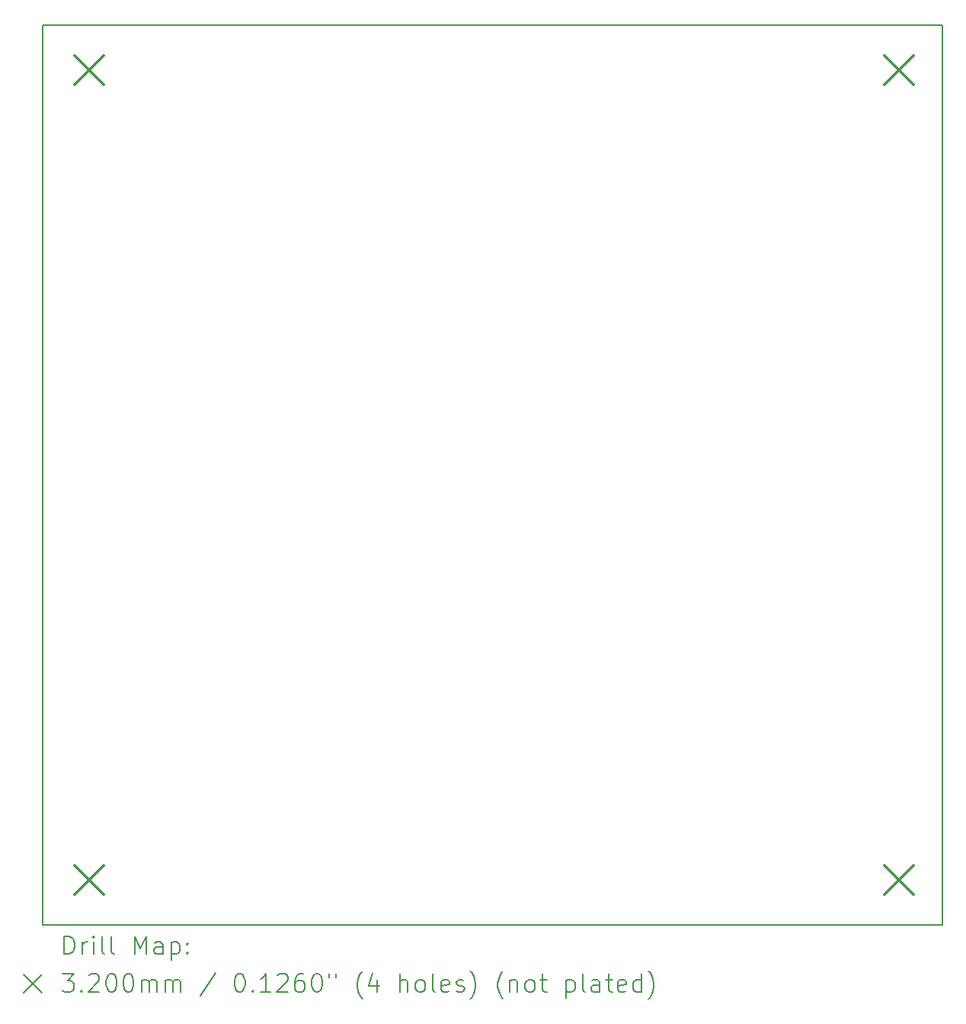
<source format=gbr>
%TF.GenerationSoftware,KiCad,Pcbnew,7.0.1*%
%TF.CreationDate,2023-05-29T19:53:02+03:00*%
%TF.ProjectId,First_sketch_licenta,46697273-745f-4736-9b65-7463685f6c69,rev?*%
%TF.SameCoordinates,Original*%
%TF.FileFunction,Drillmap*%
%TF.FilePolarity,Positive*%
%FSLAX45Y45*%
G04 Gerber Fmt 4.5, Leading zero omitted, Abs format (unit mm)*
G04 Created by KiCad (PCBNEW 7.0.1) date 2023-05-29 19:53:02*
%MOMM*%
%LPD*%
G01*
G04 APERTURE LIST*
%ADD10C,0.200000*%
%ADD11C,0.320000*%
G04 APERTURE END LIST*
D10*
X15082500Y-4398000D02*
X25082500Y-4398000D01*
X25082500Y-14398000D01*
X15082500Y-14398000D01*
X15082500Y-4398000D01*
D11*
X15440000Y-4740000D02*
X15760000Y-5060000D01*
X15760000Y-4740000D02*
X15440000Y-5060000D01*
X15440000Y-13740000D02*
X15760000Y-14060000D01*
X15760000Y-13740000D02*
X15440000Y-14060000D01*
X24440000Y-4740000D02*
X24760000Y-5060000D01*
X24760000Y-4740000D02*
X24440000Y-5060000D01*
X24440000Y-13740000D02*
X24760000Y-14060000D01*
X24760000Y-13740000D02*
X24440000Y-14060000D01*
D10*
X15320119Y-14720524D02*
X15320119Y-14520524D01*
X15320119Y-14520524D02*
X15367738Y-14520524D01*
X15367738Y-14520524D02*
X15396309Y-14530048D01*
X15396309Y-14530048D02*
X15415357Y-14549095D01*
X15415357Y-14549095D02*
X15424881Y-14568143D01*
X15424881Y-14568143D02*
X15434405Y-14606238D01*
X15434405Y-14606238D02*
X15434405Y-14634809D01*
X15434405Y-14634809D02*
X15424881Y-14672905D01*
X15424881Y-14672905D02*
X15415357Y-14691952D01*
X15415357Y-14691952D02*
X15396309Y-14711000D01*
X15396309Y-14711000D02*
X15367738Y-14720524D01*
X15367738Y-14720524D02*
X15320119Y-14720524D01*
X15520119Y-14720524D02*
X15520119Y-14587190D01*
X15520119Y-14625286D02*
X15529643Y-14606238D01*
X15529643Y-14606238D02*
X15539167Y-14596714D01*
X15539167Y-14596714D02*
X15558214Y-14587190D01*
X15558214Y-14587190D02*
X15577262Y-14587190D01*
X15643928Y-14720524D02*
X15643928Y-14587190D01*
X15643928Y-14520524D02*
X15634405Y-14530048D01*
X15634405Y-14530048D02*
X15643928Y-14539571D01*
X15643928Y-14539571D02*
X15653452Y-14530048D01*
X15653452Y-14530048D02*
X15643928Y-14520524D01*
X15643928Y-14520524D02*
X15643928Y-14539571D01*
X15767738Y-14720524D02*
X15748690Y-14711000D01*
X15748690Y-14711000D02*
X15739167Y-14691952D01*
X15739167Y-14691952D02*
X15739167Y-14520524D01*
X15872500Y-14720524D02*
X15853452Y-14711000D01*
X15853452Y-14711000D02*
X15843928Y-14691952D01*
X15843928Y-14691952D02*
X15843928Y-14520524D01*
X16101071Y-14720524D02*
X16101071Y-14520524D01*
X16101071Y-14520524D02*
X16167738Y-14663381D01*
X16167738Y-14663381D02*
X16234405Y-14520524D01*
X16234405Y-14520524D02*
X16234405Y-14720524D01*
X16415357Y-14720524D02*
X16415357Y-14615762D01*
X16415357Y-14615762D02*
X16405833Y-14596714D01*
X16405833Y-14596714D02*
X16386786Y-14587190D01*
X16386786Y-14587190D02*
X16348690Y-14587190D01*
X16348690Y-14587190D02*
X16329643Y-14596714D01*
X16415357Y-14711000D02*
X16396309Y-14720524D01*
X16396309Y-14720524D02*
X16348690Y-14720524D01*
X16348690Y-14720524D02*
X16329643Y-14711000D01*
X16329643Y-14711000D02*
X16320119Y-14691952D01*
X16320119Y-14691952D02*
X16320119Y-14672905D01*
X16320119Y-14672905D02*
X16329643Y-14653857D01*
X16329643Y-14653857D02*
X16348690Y-14644333D01*
X16348690Y-14644333D02*
X16396309Y-14644333D01*
X16396309Y-14644333D02*
X16415357Y-14634809D01*
X16510595Y-14587190D02*
X16510595Y-14787190D01*
X16510595Y-14596714D02*
X16529643Y-14587190D01*
X16529643Y-14587190D02*
X16567738Y-14587190D01*
X16567738Y-14587190D02*
X16586786Y-14596714D01*
X16586786Y-14596714D02*
X16596309Y-14606238D01*
X16596309Y-14606238D02*
X16605833Y-14625286D01*
X16605833Y-14625286D02*
X16605833Y-14682428D01*
X16605833Y-14682428D02*
X16596309Y-14701476D01*
X16596309Y-14701476D02*
X16586786Y-14711000D01*
X16586786Y-14711000D02*
X16567738Y-14720524D01*
X16567738Y-14720524D02*
X16529643Y-14720524D01*
X16529643Y-14720524D02*
X16510595Y-14711000D01*
X16691548Y-14701476D02*
X16701071Y-14711000D01*
X16701071Y-14711000D02*
X16691548Y-14720524D01*
X16691548Y-14720524D02*
X16682024Y-14711000D01*
X16682024Y-14711000D02*
X16691548Y-14701476D01*
X16691548Y-14701476D02*
X16691548Y-14720524D01*
X16691548Y-14596714D02*
X16701071Y-14606238D01*
X16701071Y-14606238D02*
X16691548Y-14615762D01*
X16691548Y-14615762D02*
X16682024Y-14606238D01*
X16682024Y-14606238D02*
X16691548Y-14596714D01*
X16691548Y-14596714D02*
X16691548Y-14615762D01*
X14872500Y-14948000D02*
X15072500Y-15148000D01*
X15072500Y-14948000D02*
X14872500Y-15148000D01*
X15301071Y-14940524D02*
X15424881Y-14940524D01*
X15424881Y-14940524D02*
X15358214Y-15016714D01*
X15358214Y-15016714D02*
X15386786Y-15016714D01*
X15386786Y-15016714D02*
X15405833Y-15026238D01*
X15405833Y-15026238D02*
X15415357Y-15035762D01*
X15415357Y-15035762D02*
X15424881Y-15054809D01*
X15424881Y-15054809D02*
X15424881Y-15102428D01*
X15424881Y-15102428D02*
X15415357Y-15121476D01*
X15415357Y-15121476D02*
X15405833Y-15131000D01*
X15405833Y-15131000D02*
X15386786Y-15140524D01*
X15386786Y-15140524D02*
X15329643Y-15140524D01*
X15329643Y-15140524D02*
X15310595Y-15131000D01*
X15310595Y-15131000D02*
X15301071Y-15121476D01*
X15510595Y-15121476D02*
X15520119Y-15131000D01*
X15520119Y-15131000D02*
X15510595Y-15140524D01*
X15510595Y-15140524D02*
X15501071Y-15131000D01*
X15501071Y-15131000D02*
X15510595Y-15121476D01*
X15510595Y-15121476D02*
X15510595Y-15140524D01*
X15596309Y-14959571D02*
X15605833Y-14950048D01*
X15605833Y-14950048D02*
X15624881Y-14940524D01*
X15624881Y-14940524D02*
X15672500Y-14940524D01*
X15672500Y-14940524D02*
X15691548Y-14950048D01*
X15691548Y-14950048D02*
X15701071Y-14959571D01*
X15701071Y-14959571D02*
X15710595Y-14978619D01*
X15710595Y-14978619D02*
X15710595Y-14997667D01*
X15710595Y-14997667D02*
X15701071Y-15026238D01*
X15701071Y-15026238D02*
X15586786Y-15140524D01*
X15586786Y-15140524D02*
X15710595Y-15140524D01*
X15834405Y-14940524D02*
X15853452Y-14940524D01*
X15853452Y-14940524D02*
X15872500Y-14950048D01*
X15872500Y-14950048D02*
X15882024Y-14959571D01*
X15882024Y-14959571D02*
X15891548Y-14978619D01*
X15891548Y-14978619D02*
X15901071Y-15016714D01*
X15901071Y-15016714D02*
X15901071Y-15064333D01*
X15901071Y-15064333D02*
X15891548Y-15102428D01*
X15891548Y-15102428D02*
X15882024Y-15121476D01*
X15882024Y-15121476D02*
X15872500Y-15131000D01*
X15872500Y-15131000D02*
X15853452Y-15140524D01*
X15853452Y-15140524D02*
X15834405Y-15140524D01*
X15834405Y-15140524D02*
X15815357Y-15131000D01*
X15815357Y-15131000D02*
X15805833Y-15121476D01*
X15805833Y-15121476D02*
X15796309Y-15102428D01*
X15796309Y-15102428D02*
X15786786Y-15064333D01*
X15786786Y-15064333D02*
X15786786Y-15016714D01*
X15786786Y-15016714D02*
X15796309Y-14978619D01*
X15796309Y-14978619D02*
X15805833Y-14959571D01*
X15805833Y-14959571D02*
X15815357Y-14950048D01*
X15815357Y-14950048D02*
X15834405Y-14940524D01*
X16024881Y-14940524D02*
X16043929Y-14940524D01*
X16043929Y-14940524D02*
X16062976Y-14950048D01*
X16062976Y-14950048D02*
X16072500Y-14959571D01*
X16072500Y-14959571D02*
X16082024Y-14978619D01*
X16082024Y-14978619D02*
X16091548Y-15016714D01*
X16091548Y-15016714D02*
X16091548Y-15064333D01*
X16091548Y-15064333D02*
X16082024Y-15102428D01*
X16082024Y-15102428D02*
X16072500Y-15121476D01*
X16072500Y-15121476D02*
X16062976Y-15131000D01*
X16062976Y-15131000D02*
X16043929Y-15140524D01*
X16043929Y-15140524D02*
X16024881Y-15140524D01*
X16024881Y-15140524D02*
X16005833Y-15131000D01*
X16005833Y-15131000D02*
X15996309Y-15121476D01*
X15996309Y-15121476D02*
X15986786Y-15102428D01*
X15986786Y-15102428D02*
X15977262Y-15064333D01*
X15977262Y-15064333D02*
X15977262Y-15016714D01*
X15977262Y-15016714D02*
X15986786Y-14978619D01*
X15986786Y-14978619D02*
X15996309Y-14959571D01*
X15996309Y-14959571D02*
X16005833Y-14950048D01*
X16005833Y-14950048D02*
X16024881Y-14940524D01*
X16177262Y-15140524D02*
X16177262Y-15007190D01*
X16177262Y-15026238D02*
X16186786Y-15016714D01*
X16186786Y-15016714D02*
X16205833Y-15007190D01*
X16205833Y-15007190D02*
X16234405Y-15007190D01*
X16234405Y-15007190D02*
X16253452Y-15016714D01*
X16253452Y-15016714D02*
X16262976Y-15035762D01*
X16262976Y-15035762D02*
X16262976Y-15140524D01*
X16262976Y-15035762D02*
X16272500Y-15016714D01*
X16272500Y-15016714D02*
X16291548Y-15007190D01*
X16291548Y-15007190D02*
X16320119Y-15007190D01*
X16320119Y-15007190D02*
X16339167Y-15016714D01*
X16339167Y-15016714D02*
X16348690Y-15035762D01*
X16348690Y-15035762D02*
X16348690Y-15140524D01*
X16443929Y-15140524D02*
X16443929Y-15007190D01*
X16443929Y-15026238D02*
X16453452Y-15016714D01*
X16453452Y-15016714D02*
X16472500Y-15007190D01*
X16472500Y-15007190D02*
X16501071Y-15007190D01*
X16501071Y-15007190D02*
X16520119Y-15016714D01*
X16520119Y-15016714D02*
X16529643Y-15035762D01*
X16529643Y-15035762D02*
X16529643Y-15140524D01*
X16529643Y-15035762D02*
X16539167Y-15016714D01*
X16539167Y-15016714D02*
X16558214Y-15007190D01*
X16558214Y-15007190D02*
X16586786Y-15007190D01*
X16586786Y-15007190D02*
X16605833Y-15016714D01*
X16605833Y-15016714D02*
X16615357Y-15035762D01*
X16615357Y-15035762D02*
X16615357Y-15140524D01*
X17005833Y-14931000D02*
X16834405Y-15188143D01*
X17262976Y-14940524D02*
X17282024Y-14940524D01*
X17282024Y-14940524D02*
X17301072Y-14950048D01*
X17301072Y-14950048D02*
X17310595Y-14959571D01*
X17310595Y-14959571D02*
X17320119Y-14978619D01*
X17320119Y-14978619D02*
X17329643Y-15016714D01*
X17329643Y-15016714D02*
X17329643Y-15064333D01*
X17329643Y-15064333D02*
X17320119Y-15102428D01*
X17320119Y-15102428D02*
X17310595Y-15121476D01*
X17310595Y-15121476D02*
X17301072Y-15131000D01*
X17301072Y-15131000D02*
X17282024Y-15140524D01*
X17282024Y-15140524D02*
X17262976Y-15140524D01*
X17262976Y-15140524D02*
X17243929Y-15131000D01*
X17243929Y-15131000D02*
X17234405Y-15121476D01*
X17234405Y-15121476D02*
X17224881Y-15102428D01*
X17224881Y-15102428D02*
X17215357Y-15064333D01*
X17215357Y-15064333D02*
X17215357Y-15016714D01*
X17215357Y-15016714D02*
X17224881Y-14978619D01*
X17224881Y-14978619D02*
X17234405Y-14959571D01*
X17234405Y-14959571D02*
X17243929Y-14950048D01*
X17243929Y-14950048D02*
X17262976Y-14940524D01*
X17415357Y-15121476D02*
X17424881Y-15131000D01*
X17424881Y-15131000D02*
X17415357Y-15140524D01*
X17415357Y-15140524D02*
X17405834Y-15131000D01*
X17405834Y-15131000D02*
X17415357Y-15121476D01*
X17415357Y-15121476D02*
X17415357Y-15140524D01*
X17615357Y-15140524D02*
X17501072Y-15140524D01*
X17558214Y-15140524D02*
X17558214Y-14940524D01*
X17558214Y-14940524D02*
X17539167Y-14969095D01*
X17539167Y-14969095D02*
X17520119Y-14988143D01*
X17520119Y-14988143D02*
X17501072Y-14997667D01*
X17691548Y-14959571D02*
X17701072Y-14950048D01*
X17701072Y-14950048D02*
X17720119Y-14940524D01*
X17720119Y-14940524D02*
X17767738Y-14940524D01*
X17767738Y-14940524D02*
X17786786Y-14950048D01*
X17786786Y-14950048D02*
X17796310Y-14959571D01*
X17796310Y-14959571D02*
X17805834Y-14978619D01*
X17805834Y-14978619D02*
X17805834Y-14997667D01*
X17805834Y-14997667D02*
X17796310Y-15026238D01*
X17796310Y-15026238D02*
X17682024Y-15140524D01*
X17682024Y-15140524D02*
X17805834Y-15140524D01*
X17977262Y-14940524D02*
X17939167Y-14940524D01*
X17939167Y-14940524D02*
X17920119Y-14950048D01*
X17920119Y-14950048D02*
X17910595Y-14959571D01*
X17910595Y-14959571D02*
X17891548Y-14988143D01*
X17891548Y-14988143D02*
X17882024Y-15026238D01*
X17882024Y-15026238D02*
X17882024Y-15102428D01*
X17882024Y-15102428D02*
X17891548Y-15121476D01*
X17891548Y-15121476D02*
X17901072Y-15131000D01*
X17901072Y-15131000D02*
X17920119Y-15140524D01*
X17920119Y-15140524D02*
X17958215Y-15140524D01*
X17958215Y-15140524D02*
X17977262Y-15131000D01*
X17977262Y-15131000D02*
X17986786Y-15121476D01*
X17986786Y-15121476D02*
X17996310Y-15102428D01*
X17996310Y-15102428D02*
X17996310Y-15054809D01*
X17996310Y-15054809D02*
X17986786Y-15035762D01*
X17986786Y-15035762D02*
X17977262Y-15026238D01*
X17977262Y-15026238D02*
X17958215Y-15016714D01*
X17958215Y-15016714D02*
X17920119Y-15016714D01*
X17920119Y-15016714D02*
X17901072Y-15026238D01*
X17901072Y-15026238D02*
X17891548Y-15035762D01*
X17891548Y-15035762D02*
X17882024Y-15054809D01*
X18120119Y-14940524D02*
X18139167Y-14940524D01*
X18139167Y-14940524D02*
X18158215Y-14950048D01*
X18158215Y-14950048D02*
X18167738Y-14959571D01*
X18167738Y-14959571D02*
X18177262Y-14978619D01*
X18177262Y-14978619D02*
X18186786Y-15016714D01*
X18186786Y-15016714D02*
X18186786Y-15064333D01*
X18186786Y-15064333D02*
X18177262Y-15102428D01*
X18177262Y-15102428D02*
X18167738Y-15121476D01*
X18167738Y-15121476D02*
X18158215Y-15131000D01*
X18158215Y-15131000D02*
X18139167Y-15140524D01*
X18139167Y-15140524D02*
X18120119Y-15140524D01*
X18120119Y-15140524D02*
X18101072Y-15131000D01*
X18101072Y-15131000D02*
X18091548Y-15121476D01*
X18091548Y-15121476D02*
X18082024Y-15102428D01*
X18082024Y-15102428D02*
X18072500Y-15064333D01*
X18072500Y-15064333D02*
X18072500Y-15016714D01*
X18072500Y-15016714D02*
X18082024Y-14978619D01*
X18082024Y-14978619D02*
X18091548Y-14959571D01*
X18091548Y-14959571D02*
X18101072Y-14950048D01*
X18101072Y-14950048D02*
X18120119Y-14940524D01*
X18262976Y-14940524D02*
X18262976Y-14978619D01*
X18339167Y-14940524D02*
X18339167Y-14978619D01*
X18634405Y-15216714D02*
X18624881Y-15207190D01*
X18624881Y-15207190D02*
X18605834Y-15178619D01*
X18605834Y-15178619D02*
X18596310Y-15159571D01*
X18596310Y-15159571D02*
X18586786Y-15131000D01*
X18586786Y-15131000D02*
X18577262Y-15083381D01*
X18577262Y-15083381D02*
X18577262Y-15045286D01*
X18577262Y-15045286D02*
X18586786Y-14997667D01*
X18586786Y-14997667D02*
X18596310Y-14969095D01*
X18596310Y-14969095D02*
X18605834Y-14950048D01*
X18605834Y-14950048D02*
X18624881Y-14921476D01*
X18624881Y-14921476D02*
X18634405Y-14911952D01*
X18796310Y-15007190D02*
X18796310Y-15140524D01*
X18748691Y-14931000D02*
X18701072Y-15073857D01*
X18701072Y-15073857D02*
X18824881Y-15073857D01*
X19053453Y-15140524D02*
X19053453Y-14940524D01*
X19139167Y-15140524D02*
X19139167Y-15035762D01*
X19139167Y-15035762D02*
X19129643Y-15016714D01*
X19129643Y-15016714D02*
X19110596Y-15007190D01*
X19110596Y-15007190D02*
X19082024Y-15007190D01*
X19082024Y-15007190D02*
X19062977Y-15016714D01*
X19062977Y-15016714D02*
X19053453Y-15026238D01*
X19262977Y-15140524D02*
X19243929Y-15131000D01*
X19243929Y-15131000D02*
X19234405Y-15121476D01*
X19234405Y-15121476D02*
X19224881Y-15102428D01*
X19224881Y-15102428D02*
X19224881Y-15045286D01*
X19224881Y-15045286D02*
X19234405Y-15026238D01*
X19234405Y-15026238D02*
X19243929Y-15016714D01*
X19243929Y-15016714D02*
X19262977Y-15007190D01*
X19262977Y-15007190D02*
X19291548Y-15007190D01*
X19291548Y-15007190D02*
X19310596Y-15016714D01*
X19310596Y-15016714D02*
X19320119Y-15026238D01*
X19320119Y-15026238D02*
X19329643Y-15045286D01*
X19329643Y-15045286D02*
X19329643Y-15102428D01*
X19329643Y-15102428D02*
X19320119Y-15121476D01*
X19320119Y-15121476D02*
X19310596Y-15131000D01*
X19310596Y-15131000D02*
X19291548Y-15140524D01*
X19291548Y-15140524D02*
X19262977Y-15140524D01*
X19443929Y-15140524D02*
X19424881Y-15131000D01*
X19424881Y-15131000D02*
X19415358Y-15111952D01*
X19415358Y-15111952D02*
X19415358Y-14940524D01*
X19596310Y-15131000D02*
X19577262Y-15140524D01*
X19577262Y-15140524D02*
X19539167Y-15140524D01*
X19539167Y-15140524D02*
X19520119Y-15131000D01*
X19520119Y-15131000D02*
X19510596Y-15111952D01*
X19510596Y-15111952D02*
X19510596Y-15035762D01*
X19510596Y-15035762D02*
X19520119Y-15016714D01*
X19520119Y-15016714D02*
X19539167Y-15007190D01*
X19539167Y-15007190D02*
X19577262Y-15007190D01*
X19577262Y-15007190D02*
X19596310Y-15016714D01*
X19596310Y-15016714D02*
X19605834Y-15035762D01*
X19605834Y-15035762D02*
X19605834Y-15054809D01*
X19605834Y-15054809D02*
X19510596Y-15073857D01*
X19682024Y-15131000D02*
X19701072Y-15140524D01*
X19701072Y-15140524D02*
X19739167Y-15140524D01*
X19739167Y-15140524D02*
X19758215Y-15131000D01*
X19758215Y-15131000D02*
X19767739Y-15111952D01*
X19767739Y-15111952D02*
X19767739Y-15102428D01*
X19767739Y-15102428D02*
X19758215Y-15083381D01*
X19758215Y-15083381D02*
X19739167Y-15073857D01*
X19739167Y-15073857D02*
X19710596Y-15073857D01*
X19710596Y-15073857D02*
X19691548Y-15064333D01*
X19691548Y-15064333D02*
X19682024Y-15045286D01*
X19682024Y-15045286D02*
X19682024Y-15035762D01*
X19682024Y-15035762D02*
X19691548Y-15016714D01*
X19691548Y-15016714D02*
X19710596Y-15007190D01*
X19710596Y-15007190D02*
X19739167Y-15007190D01*
X19739167Y-15007190D02*
X19758215Y-15016714D01*
X19834405Y-15216714D02*
X19843929Y-15207190D01*
X19843929Y-15207190D02*
X19862977Y-15178619D01*
X19862977Y-15178619D02*
X19872500Y-15159571D01*
X19872500Y-15159571D02*
X19882024Y-15131000D01*
X19882024Y-15131000D02*
X19891548Y-15083381D01*
X19891548Y-15083381D02*
X19891548Y-15045286D01*
X19891548Y-15045286D02*
X19882024Y-14997667D01*
X19882024Y-14997667D02*
X19872500Y-14969095D01*
X19872500Y-14969095D02*
X19862977Y-14950048D01*
X19862977Y-14950048D02*
X19843929Y-14921476D01*
X19843929Y-14921476D02*
X19834405Y-14911952D01*
X20196310Y-15216714D02*
X20186786Y-15207190D01*
X20186786Y-15207190D02*
X20167739Y-15178619D01*
X20167739Y-15178619D02*
X20158215Y-15159571D01*
X20158215Y-15159571D02*
X20148691Y-15131000D01*
X20148691Y-15131000D02*
X20139167Y-15083381D01*
X20139167Y-15083381D02*
X20139167Y-15045286D01*
X20139167Y-15045286D02*
X20148691Y-14997667D01*
X20148691Y-14997667D02*
X20158215Y-14969095D01*
X20158215Y-14969095D02*
X20167739Y-14950048D01*
X20167739Y-14950048D02*
X20186786Y-14921476D01*
X20186786Y-14921476D02*
X20196310Y-14911952D01*
X20272500Y-15007190D02*
X20272500Y-15140524D01*
X20272500Y-15026238D02*
X20282024Y-15016714D01*
X20282024Y-15016714D02*
X20301072Y-15007190D01*
X20301072Y-15007190D02*
X20329643Y-15007190D01*
X20329643Y-15007190D02*
X20348691Y-15016714D01*
X20348691Y-15016714D02*
X20358215Y-15035762D01*
X20358215Y-15035762D02*
X20358215Y-15140524D01*
X20482024Y-15140524D02*
X20462977Y-15131000D01*
X20462977Y-15131000D02*
X20453453Y-15121476D01*
X20453453Y-15121476D02*
X20443929Y-15102428D01*
X20443929Y-15102428D02*
X20443929Y-15045286D01*
X20443929Y-15045286D02*
X20453453Y-15026238D01*
X20453453Y-15026238D02*
X20462977Y-15016714D01*
X20462977Y-15016714D02*
X20482024Y-15007190D01*
X20482024Y-15007190D02*
X20510596Y-15007190D01*
X20510596Y-15007190D02*
X20529643Y-15016714D01*
X20529643Y-15016714D02*
X20539167Y-15026238D01*
X20539167Y-15026238D02*
X20548691Y-15045286D01*
X20548691Y-15045286D02*
X20548691Y-15102428D01*
X20548691Y-15102428D02*
X20539167Y-15121476D01*
X20539167Y-15121476D02*
X20529643Y-15131000D01*
X20529643Y-15131000D02*
X20510596Y-15140524D01*
X20510596Y-15140524D02*
X20482024Y-15140524D01*
X20605834Y-15007190D02*
X20682024Y-15007190D01*
X20634405Y-14940524D02*
X20634405Y-15111952D01*
X20634405Y-15111952D02*
X20643929Y-15131000D01*
X20643929Y-15131000D02*
X20662977Y-15140524D01*
X20662977Y-15140524D02*
X20682024Y-15140524D01*
X20901072Y-15007190D02*
X20901072Y-15207190D01*
X20901072Y-15016714D02*
X20920120Y-15007190D01*
X20920120Y-15007190D02*
X20958215Y-15007190D01*
X20958215Y-15007190D02*
X20977262Y-15016714D01*
X20977262Y-15016714D02*
X20986786Y-15026238D01*
X20986786Y-15026238D02*
X20996310Y-15045286D01*
X20996310Y-15045286D02*
X20996310Y-15102428D01*
X20996310Y-15102428D02*
X20986786Y-15121476D01*
X20986786Y-15121476D02*
X20977262Y-15131000D01*
X20977262Y-15131000D02*
X20958215Y-15140524D01*
X20958215Y-15140524D02*
X20920120Y-15140524D01*
X20920120Y-15140524D02*
X20901072Y-15131000D01*
X21110596Y-15140524D02*
X21091548Y-15131000D01*
X21091548Y-15131000D02*
X21082024Y-15111952D01*
X21082024Y-15111952D02*
X21082024Y-14940524D01*
X21272501Y-15140524D02*
X21272501Y-15035762D01*
X21272501Y-15035762D02*
X21262977Y-15016714D01*
X21262977Y-15016714D02*
X21243929Y-15007190D01*
X21243929Y-15007190D02*
X21205834Y-15007190D01*
X21205834Y-15007190D02*
X21186786Y-15016714D01*
X21272501Y-15131000D02*
X21253453Y-15140524D01*
X21253453Y-15140524D02*
X21205834Y-15140524D01*
X21205834Y-15140524D02*
X21186786Y-15131000D01*
X21186786Y-15131000D02*
X21177262Y-15111952D01*
X21177262Y-15111952D02*
X21177262Y-15092905D01*
X21177262Y-15092905D02*
X21186786Y-15073857D01*
X21186786Y-15073857D02*
X21205834Y-15064333D01*
X21205834Y-15064333D02*
X21253453Y-15064333D01*
X21253453Y-15064333D02*
X21272501Y-15054809D01*
X21339167Y-15007190D02*
X21415358Y-15007190D01*
X21367739Y-14940524D02*
X21367739Y-15111952D01*
X21367739Y-15111952D02*
X21377262Y-15131000D01*
X21377262Y-15131000D02*
X21396310Y-15140524D01*
X21396310Y-15140524D02*
X21415358Y-15140524D01*
X21558215Y-15131000D02*
X21539167Y-15140524D01*
X21539167Y-15140524D02*
X21501072Y-15140524D01*
X21501072Y-15140524D02*
X21482024Y-15131000D01*
X21482024Y-15131000D02*
X21472501Y-15111952D01*
X21472501Y-15111952D02*
X21472501Y-15035762D01*
X21472501Y-15035762D02*
X21482024Y-15016714D01*
X21482024Y-15016714D02*
X21501072Y-15007190D01*
X21501072Y-15007190D02*
X21539167Y-15007190D01*
X21539167Y-15007190D02*
X21558215Y-15016714D01*
X21558215Y-15016714D02*
X21567739Y-15035762D01*
X21567739Y-15035762D02*
X21567739Y-15054809D01*
X21567739Y-15054809D02*
X21472501Y-15073857D01*
X21739167Y-15140524D02*
X21739167Y-14940524D01*
X21739167Y-15131000D02*
X21720120Y-15140524D01*
X21720120Y-15140524D02*
X21682024Y-15140524D01*
X21682024Y-15140524D02*
X21662977Y-15131000D01*
X21662977Y-15131000D02*
X21653453Y-15121476D01*
X21653453Y-15121476D02*
X21643929Y-15102428D01*
X21643929Y-15102428D02*
X21643929Y-15045286D01*
X21643929Y-15045286D02*
X21653453Y-15026238D01*
X21653453Y-15026238D02*
X21662977Y-15016714D01*
X21662977Y-15016714D02*
X21682024Y-15007190D01*
X21682024Y-15007190D02*
X21720120Y-15007190D01*
X21720120Y-15007190D02*
X21739167Y-15016714D01*
X21815358Y-15216714D02*
X21824882Y-15207190D01*
X21824882Y-15207190D02*
X21843929Y-15178619D01*
X21843929Y-15178619D02*
X21853453Y-15159571D01*
X21853453Y-15159571D02*
X21862977Y-15131000D01*
X21862977Y-15131000D02*
X21872501Y-15083381D01*
X21872501Y-15083381D02*
X21872501Y-15045286D01*
X21872501Y-15045286D02*
X21862977Y-14997667D01*
X21862977Y-14997667D02*
X21853453Y-14969095D01*
X21853453Y-14969095D02*
X21843929Y-14950048D01*
X21843929Y-14950048D02*
X21824882Y-14921476D01*
X21824882Y-14921476D02*
X21815358Y-14911952D01*
M02*

</source>
